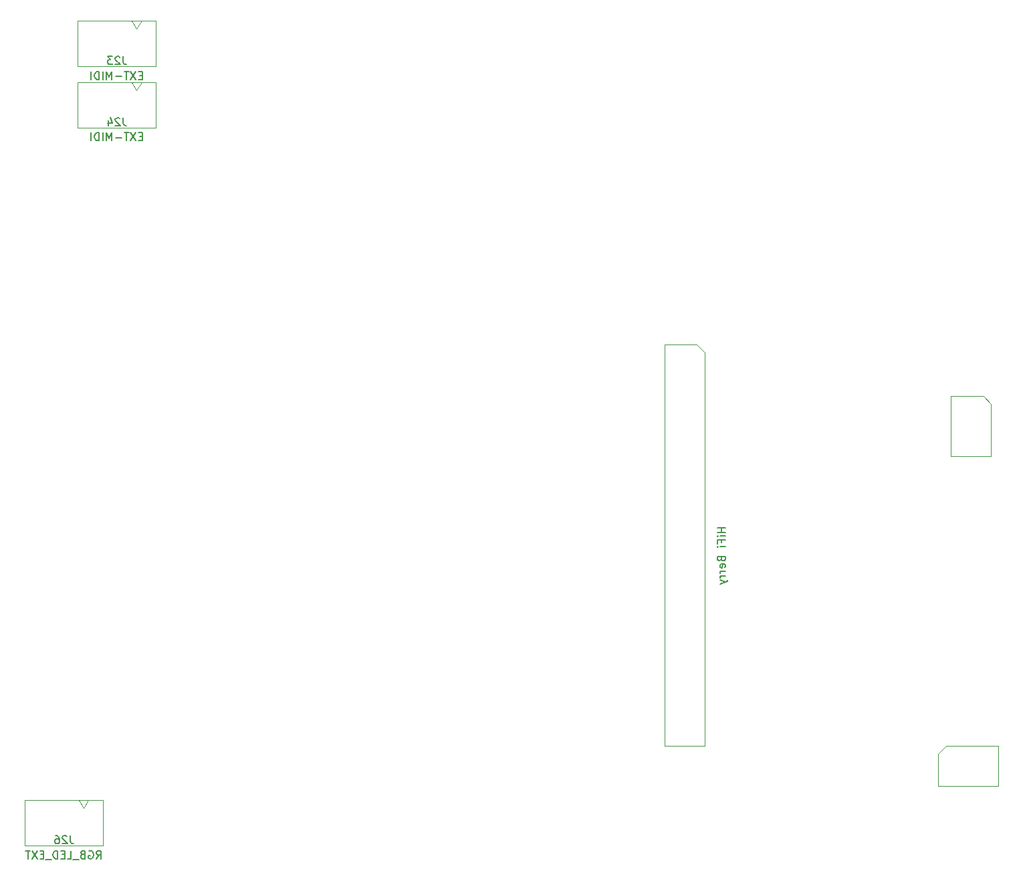
<source format=gbr>
%TF.GenerationSoftware,KiCad,Pcbnew,7.0.8-7.0.8~ubuntu23.04.1*%
%TF.CreationDate,2023-10-19T21:47:08+00:00*%
%TF.ProjectId,pedalboard-hw,70656461-6c62-46f6-9172-642d68772e6b,3.0.0*%
%TF.SameCoordinates,Original*%
%TF.FileFunction,AssemblyDrawing,Bot*%
%FSLAX46Y46*%
G04 Gerber Fmt 4.6, Leading zero omitted, Abs format (unit mm)*
G04 Created by KiCad (PCBNEW 7.0.8-7.0.8~ubuntu23.04.1) date 2023-10-19 21:47:08*
%MOMM*%
%LPD*%
G01*
G04 APERTURE LIST*
%ADD10C,0.150000*%
%ADD11C,0.100000*%
G04 APERTURE END LIST*
D10*
X50338094Y-33006009D02*
X50004761Y-33006009D01*
X49861904Y-33529819D02*
X50338094Y-33529819D01*
X50338094Y-33529819D02*
X50338094Y-32529819D01*
X50338094Y-32529819D02*
X49861904Y-32529819D01*
X49528570Y-32529819D02*
X48861904Y-33529819D01*
X48861904Y-32529819D02*
X49528570Y-33529819D01*
X48623808Y-32529819D02*
X48052380Y-32529819D01*
X48338094Y-33529819D02*
X48338094Y-32529819D01*
X47719046Y-33148866D02*
X46957142Y-33148866D01*
X46480951Y-33529819D02*
X46480951Y-32529819D01*
X46480951Y-32529819D02*
X46147618Y-33244104D01*
X46147618Y-33244104D02*
X45814285Y-32529819D01*
X45814285Y-32529819D02*
X45814285Y-33529819D01*
X45338094Y-33529819D02*
X45338094Y-32529819D01*
X44861904Y-33529819D02*
X44861904Y-32529819D01*
X44861904Y-32529819D02*
X44623809Y-32529819D01*
X44623809Y-32529819D02*
X44480952Y-32577438D01*
X44480952Y-32577438D02*
X44385714Y-32672676D01*
X44385714Y-32672676D02*
X44338095Y-32767914D01*
X44338095Y-32767914D02*
X44290476Y-32958390D01*
X44290476Y-32958390D02*
X44290476Y-33101247D01*
X44290476Y-33101247D02*
X44338095Y-33291723D01*
X44338095Y-33291723D02*
X44385714Y-33386961D01*
X44385714Y-33386961D02*
X44480952Y-33482200D01*
X44480952Y-33482200D02*
X44623809Y-33529819D01*
X44623809Y-33529819D02*
X44861904Y-33529819D01*
X43861904Y-33529819D02*
X43861904Y-32529819D01*
X47909523Y-30629819D02*
X47909523Y-31344104D01*
X47909523Y-31344104D02*
X47957142Y-31486961D01*
X47957142Y-31486961D02*
X48052380Y-31582200D01*
X48052380Y-31582200D02*
X48195237Y-31629819D01*
X48195237Y-31629819D02*
X48290475Y-31629819D01*
X47480951Y-30725057D02*
X47433332Y-30677438D01*
X47433332Y-30677438D02*
X47338094Y-30629819D01*
X47338094Y-30629819D02*
X47099999Y-30629819D01*
X47099999Y-30629819D02*
X47004761Y-30677438D01*
X47004761Y-30677438D02*
X46957142Y-30725057D01*
X46957142Y-30725057D02*
X46909523Y-30820295D01*
X46909523Y-30820295D02*
X46909523Y-30915533D01*
X46909523Y-30915533D02*
X46957142Y-31058390D01*
X46957142Y-31058390D02*
X47528570Y-31629819D01*
X47528570Y-31629819D02*
X46909523Y-31629819D01*
X46576189Y-30629819D02*
X45957142Y-30629819D01*
X45957142Y-30629819D02*
X46290475Y-31010771D01*
X46290475Y-31010771D02*
X46147618Y-31010771D01*
X46147618Y-31010771D02*
X46052380Y-31058390D01*
X46052380Y-31058390D02*
X46004761Y-31106009D01*
X46004761Y-31106009D02*
X45957142Y-31201247D01*
X45957142Y-31201247D02*
X45957142Y-31439342D01*
X45957142Y-31439342D02*
X46004761Y-31534580D01*
X46004761Y-31534580D02*
X46052380Y-31582200D01*
X46052380Y-31582200D02*
X46147618Y-31629819D01*
X46147618Y-31629819D02*
X46433332Y-31629819D01*
X46433332Y-31629819D02*
X46528570Y-31582200D01*
X46528570Y-31582200D02*
X46576189Y-31534580D01*
X44519048Y-132154819D02*
X44852381Y-131678628D01*
X45090476Y-132154819D02*
X45090476Y-131154819D01*
X45090476Y-131154819D02*
X44709524Y-131154819D01*
X44709524Y-131154819D02*
X44614286Y-131202438D01*
X44614286Y-131202438D02*
X44566667Y-131250057D01*
X44566667Y-131250057D02*
X44519048Y-131345295D01*
X44519048Y-131345295D02*
X44519048Y-131488152D01*
X44519048Y-131488152D02*
X44566667Y-131583390D01*
X44566667Y-131583390D02*
X44614286Y-131631009D01*
X44614286Y-131631009D02*
X44709524Y-131678628D01*
X44709524Y-131678628D02*
X45090476Y-131678628D01*
X43566667Y-131202438D02*
X43661905Y-131154819D01*
X43661905Y-131154819D02*
X43804762Y-131154819D01*
X43804762Y-131154819D02*
X43947619Y-131202438D01*
X43947619Y-131202438D02*
X44042857Y-131297676D01*
X44042857Y-131297676D02*
X44090476Y-131392914D01*
X44090476Y-131392914D02*
X44138095Y-131583390D01*
X44138095Y-131583390D02*
X44138095Y-131726247D01*
X44138095Y-131726247D02*
X44090476Y-131916723D01*
X44090476Y-131916723D02*
X44042857Y-132011961D01*
X44042857Y-132011961D02*
X43947619Y-132107200D01*
X43947619Y-132107200D02*
X43804762Y-132154819D01*
X43804762Y-132154819D02*
X43709524Y-132154819D01*
X43709524Y-132154819D02*
X43566667Y-132107200D01*
X43566667Y-132107200D02*
X43519048Y-132059580D01*
X43519048Y-132059580D02*
X43519048Y-131726247D01*
X43519048Y-131726247D02*
X43709524Y-131726247D01*
X42757143Y-131631009D02*
X42614286Y-131678628D01*
X42614286Y-131678628D02*
X42566667Y-131726247D01*
X42566667Y-131726247D02*
X42519048Y-131821485D01*
X42519048Y-131821485D02*
X42519048Y-131964342D01*
X42519048Y-131964342D02*
X42566667Y-132059580D01*
X42566667Y-132059580D02*
X42614286Y-132107200D01*
X42614286Y-132107200D02*
X42709524Y-132154819D01*
X42709524Y-132154819D02*
X43090476Y-132154819D01*
X43090476Y-132154819D02*
X43090476Y-131154819D01*
X43090476Y-131154819D02*
X42757143Y-131154819D01*
X42757143Y-131154819D02*
X42661905Y-131202438D01*
X42661905Y-131202438D02*
X42614286Y-131250057D01*
X42614286Y-131250057D02*
X42566667Y-131345295D01*
X42566667Y-131345295D02*
X42566667Y-131440533D01*
X42566667Y-131440533D02*
X42614286Y-131535771D01*
X42614286Y-131535771D02*
X42661905Y-131583390D01*
X42661905Y-131583390D02*
X42757143Y-131631009D01*
X42757143Y-131631009D02*
X43090476Y-131631009D01*
X42328572Y-132250057D02*
X41566667Y-132250057D01*
X40852381Y-132154819D02*
X41328571Y-132154819D01*
X41328571Y-132154819D02*
X41328571Y-131154819D01*
X40519047Y-131631009D02*
X40185714Y-131631009D01*
X40042857Y-132154819D02*
X40519047Y-132154819D01*
X40519047Y-132154819D02*
X40519047Y-131154819D01*
X40519047Y-131154819D02*
X40042857Y-131154819D01*
X39614285Y-132154819D02*
X39614285Y-131154819D01*
X39614285Y-131154819D02*
X39376190Y-131154819D01*
X39376190Y-131154819D02*
X39233333Y-131202438D01*
X39233333Y-131202438D02*
X39138095Y-131297676D01*
X39138095Y-131297676D02*
X39090476Y-131392914D01*
X39090476Y-131392914D02*
X39042857Y-131583390D01*
X39042857Y-131583390D02*
X39042857Y-131726247D01*
X39042857Y-131726247D02*
X39090476Y-131916723D01*
X39090476Y-131916723D02*
X39138095Y-132011961D01*
X39138095Y-132011961D02*
X39233333Y-132107200D01*
X39233333Y-132107200D02*
X39376190Y-132154819D01*
X39376190Y-132154819D02*
X39614285Y-132154819D01*
X38852381Y-132250057D02*
X38090476Y-132250057D01*
X37852380Y-131631009D02*
X37519047Y-131631009D01*
X37376190Y-132154819D02*
X37852380Y-132154819D01*
X37852380Y-132154819D02*
X37852380Y-131154819D01*
X37852380Y-131154819D02*
X37376190Y-131154819D01*
X37042856Y-131154819D02*
X36376190Y-132154819D01*
X36376190Y-131154819D02*
X37042856Y-132154819D01*
X36138094Y-131154819D02*
X35566666Y-131154819D01*
X35852380Y-132154819D02*
X35852380Y-131154819D01*
X41209523Y-129254819D02*
X41209523Y-129969104D01*
X41209523Y-129969104D02*
X41257142Y-130111961D01*
X41257142Y-130111961D02*
X41352380Y-130207200D01*
X41352380Y-130207200D02*
X41495237Y-130254819D01*
X41495237Y-130254819D02*
X41590475Y-130254819D01*
X40780951Y-129350057D02*
X40733332Y-129302438D01*
X40733332Y-129302438D02*
X40638094Y-129254819D01*
X40638094Y-129254819D02*
X40399999Y-129254819D01*
X40399999Y-129254819D02*
X40304761Y-129302438D01*
X40304761Y-129302438D02*
X40257142Y-129350057D01*
X40257142Y-129350057D02*
X40209523Y-129445295D01*
X40209523Y-129445295D02*
X40209523Y-129540533D01*
X40209523Y-129540533D02*
X40257142Y-129683390D01*
X40257142Y-129683390D02*
X40828570Y-130254819D01*
X40828570Y-130254819D02*
X40209523Y-130254819D01*
X39352380Y-129254819D02*
X39542856Y-129254819D01*
X39542856Y-129254819D02*
X39638094Y-129302438D01*
X39638094Y-129302438D02*
X39685713Y-129350057D01*
X39685713Y-129350057D02*
X39780951Y-129492914D01*
X39780951Y-129492914D02*
X39828570Y-129683390D01*
X39828570Y-129683390D02*
X39828570Y-130064342D01*
X39828570Y-130064342D02*
X39780951Y-130159580D01*
X39780951Y-130159580D02*
X39733332Y-130207200D01*
X39733332Y-130207200D02*
X39638094Y-130254819D01*
X39638094Y-130254819D02*
X39447618Y-130254819D01*
X39447618Y-130254819D02*
X39352380Y-130207200D01*
X39352380Y-130207200D02*
X39304761Y-130159580D01*
X39304761Y-130159580D02*
X39257142Y-130064342D01*
X39257142Y-130064342D02*
X39257142Y-129826247D01*
X39257142Y-129826247D02*
X39304761Y-129731009D01*
X39304761Y-129731009D02*
X39352380Y-129683390D01*
X39352380Y-129683390D02*
X39447618Y-129635771D01*
X39447618Y-129635771D02*
X39638094Y-129635771D01*
X39638094Y-129635771D02*
X39733332Y-129683390D01*
X39733332Y-129683390D02*
X39780951Y-129731009D01*
X39780951Y-129731009D02*
X39828570Y-129826247D01*
X124154819Y-90275600D02*
X123154819Y-90275600D01*
X123631009Y-90275600D02*
X123631009Y-90847028D01*
X124154819Y-90847028D02*
X123154819Y-90847028D01*
X124154819Y-91323219D02*
X123488152Y-91323219D01*
X123154819Y-91323219D02*
X123202438Y-91275600D01*
X123202438Y-91275600D02*
X123250057Y-91323219D01*
X123250057Y-91323219D02*
X123202438Y-91370838D01*
X123202438Y-91370838D02*
X123154819Y-91323219D01*
X123154819Y-91323219D02*
X123250057Y-91323219D01*
X123631009Y-92132742D02*
X123631009Y-91799409D01*
X124154819Y-91799409D02*
X123154819Y-91799409D01*
X123154819Y-91799409D02*
X123154819Y-92275599D01*
X124154819Y-92656552D02*
X123488152Y-92656552D01*
X123154819Y-92656552D02*
X123202438Y-92608933D01*
X123202438Y-92608933D02*
X123250057Y-92656552D01*
X123250057Y-92656552D02*
X123202438Y-92704171D01*
X123202438Y-92704171D02*
X123154819Y-92656552D01*
X123154819Y-92656552D02*
X123250057Y-92656552D01*
X123631009Y-94227980D02*
X123678628Y-94370837D01*
X123678628Y-94370837D02*
X123726247Y-94418456D01*
X123726247Y-94418456D02*
X123821485Y-94466075D01*
X123821485Y-94466075D02*
X123964342Y-94466075D01*
X123964342Y-94466075D02*
X124059580Y-94418456D01*
X124059580Y-94418456D02*
X124107200Y-94370837D01*
X124107200Y-94370837D02*
X124154819Y-94275599D01*
X124154819Y-94275599D02*
X124154819Y-93894647D01*
X124154819Y-93894647D02*
X123154819Y-93894647D01*
X123154819Y-93894647D02*
X123154819Y-94227980D01*
X123154819Y-94227980D02*
X123202438Y-94323218D01*
X123202438Y-94323218D02*
X123250057Y-94370837D01*
X123250057Y-94370837D02*
X123345295Y-94418456D01*
X123345295Y-94418456D02*
X123440533Y-94418456D01*
X123440533Y-94418456D02*
X123535771Y-94370837D01*
X123535771Y-94370837D02*
X123583390Y-94323218D01*
X123583390Y-94323218D02*
X123631009Y-94227980D01*
X123631009Y-94227980D02*
X123631009Y-93894647D01*
X124107200Y-95275599D02*
X124154819Y-95180361D01*
X124154819Y-95180361D02*
X124154819Y-94989885D01*
X124154819Y-94989885D02*
X124107200Y-94894647D01*
X124107200Y-94894647D02*
X124011961Y-94847028D01*
X124011961Y-94847028D02*
X123631009Y-94847028D01*
X123631009Y-94847028D02*
X123535771Y-94894647D01*
X123535771Y-94894647D02*
X123488152Y-94989885D01*
X123488152Y-94989885D02*
X123488152Y-95180361D01*
X123488152Y-95180361D02*
X123535771Y-95275599D01*
X123535771Y-95275599D02*
X123631009Y-95323218D01*
X123631009Y-95323218D02*
X123726247Y-95323218D01*
X123726247Y-95323218D02*
X123821485Y-94847028D01*
X124154819Y-95751790D02*
X123488152Y-95751790D01*
X123678628Y-95751790D02*
X123583390Y-95799409D01*
X123583390Y-95799409D02*
X123535771Y-95847028D01*
X123535771Y-95847028D02*
X123488152Y-95942266D01*
X123488152Y-95942266D02*
X123488152Y-96037504D01*
X124154819Y-96370838D02*
X123488152Y-96370838D01*
X123678628Y-96370838D02*
X123583390Y-96418457D01*
X123583390Y-96418457D02*
X123535771Y-96466076D01*
X123535771Y-96466076D02*
X123488152Y-96561314D01*
X123488152Y-96561314D02*
X123488152Y-96656552D01*
X123488152Y-96894648D02*
X124154819Y-97132743D01*
X123488152Y-97370838D02*
X124154819Y-97132743D01*
X124154819Y-97132743D02*
X124392914Y-97037505D01*
X124392914Y-97037505D02*
X124440533Y-96989886D01*
X124440533Y-96989886D02*
X124488152Y-96894648D01*
X50338094Y-40756009D02*
X50004761Y-40756009D01*
X49861904Y-41279819D02*
X50338094Y-41279819D01*
X50338094Y-41279819D02*
X50338094Y-40279819D01*
X50338094Y-40279819D02*
X49861904Y-40279819D01*
X49528570Y-40279819D02*
X48861904Y-41279819D01*
X48861904Y-40279819D02*
X49528570Y-41279819D01*
X48623808Y-40279819D02*
X48052380Y-40279819D01*
X48338094Y-41279819D02*
X48338094Y-40279819D01*
X47719046Y-40898866D02*
X46957142Y-40898866D01*
X46480951Y-41279819D02*
X46480951Y-40279819D01*
X46480951Y-40279819D02*
X46147618Y-40994104D01*
X46147618Y-40994104D02*
X45814285Y-40279819D01*
X45814285Y-40279819D02*
X45814285Y-41279819D01*
X45338094Y-41279819D02*
X45338094Y-40279819D01*
X44861904Y-41279819D02*
X44861904Y-40279819D01*
X44861904Y-40279819D02*
X44623809Y-40279819D01*
X44623809Y-40279819D02*
X44480952Y-40327438D01*
X44480952Y-40327438D02*
X44385714Y-40422676D01*
X44385714Y-40422676D02*
X44338095Y-40517914D01*
X44338095Y-40517914D02*
X44290476Y-40708390D01*
X44290476Y-40708390D02*
X44290476Y-40851247D01*
X44290476Y-40851247D02*
X44338095Y-41041723D01*
X44338095Y-41041723D02*
X44385714Y-41136961D01*
X44385714Y-41136961D02*
X44480952Y-41232200D01*
X44480952Y-41232200D02*
X44623809Y-41279819D01*
X44623809Y-41279819D02*
X44861904Y-41279819D01*
X43861904Y-41279819D02*
X43861904Y-40279819D01*
X47909523Y-38379819D02*
X47909523Y-39094104D01*
X47909523Y-39094104D02*
X47957142Y-39236961D01*
X47957142Y-39236961D02*
X48052380Y-39332200D01*
X48052380Y-39332200D02*
X48195237Y-39379819D01*
X48195237Y-39379819D02*
X48290475Y-39379819D01*
X47480951Y-38475057D02*
X47433332Y-38427438D01*
X47433332Y-38427438D02*
X47338094Y-38379819D01*
X47338094Y-38379819D02*
X47099999Y-38379819D01*
X47099999Y-38379819D02*
X47004761Y-38427438D01*
X47004761Y-38427438D02*
X46957142Y-38475057D01*
X46957142Y-38475057D02*
X46909523Y-38570295D01*
X46909523Y-38570295D02*
X46909523Y-38665533D01*
X46909523Y-38665533D02*
X46957142Y-38808390D01*
X46957142Y-38808390D02*
X47528570Y-39379819D01*
X47528570Y-39379819D02*
X46909523Y-39379819D01*
X46052380Y-38713152D02*
X46052380Y-39379819D01*
X46290475Y-38332200D02*
X46528570Y-39046485D01*
X46528570Y-39046485D02*
X45909523Y-39046485D01*
D11*
%TO.C,J23*%
X52050000Y-31875000D02*
X42150000Y-31875000D01*
X52050000Y-26125000D02*
X52050000Y-31875000D01*
X50225000Y-26125000D02*
X49600000Y-27125000D01*
X49600000Y-27125000D02*
X48975000Y-26125000D01*
X42150000Y-31875000D02*
X42150000Y-26125000D01*
X42150000Y-26125000D02*
X52050000Y-26125000D01*
%TO.C,J26*%
X45350000Y-130500000D02*
X35450000Y-130500000D01*
X45350000Y-124750000D02*
X45350000Y-130500000D01*
X43525000Y-124750000D02*
X42900000Y-125750000D01*
X42900000Y-125750000D02*
X42275000Y-124750000D01*
X35450000Y-130500000D02*
X35450000Y-124750000D01*
X35450000Y-124750000D02*
X45350000Y-124750000D01*
%TO.C,J25*%
X158730000Y-122960600D02*
X151110000Y-122960600D01*
X158730000Y-117880600D02*
X158730000Y-122960600D01*
X157825000Y-81195600D02*
X152745000Y-81195600D01*
X157825000Y-74575600D02*
X157825000Y-81195600D01*
X156825000Y-73575600D02*
X157825000Y-74575600D01*
X152745000Y-81195600D02*
X152745000Y-73575600D01*
X152745000Y-73575600D02*
X156825000Y-73575600D01*
X152110000Y-117880600D02*
X158730000Y-117880600D01*
X151110000Y-122960600D02*
X151110000Y-118880600D01*
X151110000Y-118880600D02*
X152110000Y-117880600D01*
X121520000Y-117905600D02*
X116440000Y-117905600D01*
X121520000Y-68105600D02*
X121520000Y-117905600D01*
X120520000Y-67105600D02*
X121520000Y-68105600D01*
X116440000Y-117905600D02*
X116440000Y-67105600D01*
X116440000Y-67105600D02*
X120520000Y-67105600D01*
%TO.C,J24*%
X52050000Y-39625000D02*
X42150000Y-39625000D01*
X52050000Y-33875000D02*
X52050000Y-39625000D01*
X50225000Y-33875000D02*
X49600000Y-34875000D01*
X49600000Y-34875000D02*
X48975000Y-33875000D01*
X42150000Y-39625000D02*
X42150000Y-33875000D01*
X42150000Y-33875000D02*
X52050000Y-33875000D01*
%TD*%
M02*

</source>
